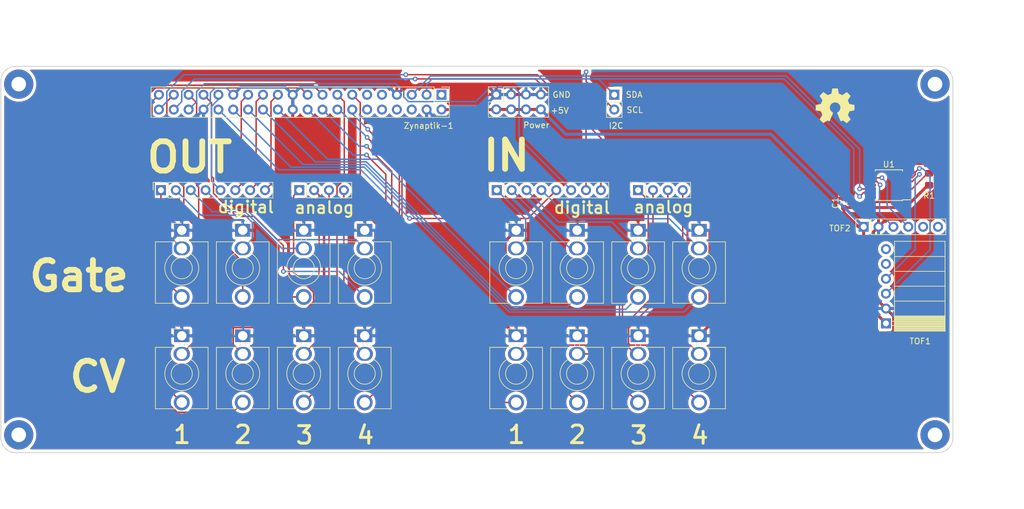
<source format=kicad_pcb>
(kicad_pcb (version 20171130) (host pcbnew 5.1.6-c6e7f7d~87~ubuntu18.04.1)
  (layers (0 F.Cu signal) (31 B.Cu signal) (34 B.Paste user) (35 F.Paste user) (36 B.SilkS user) (37 F.SilkS user) (38 B.Mask user) (39 F.Mask user) (44 Edge.Cuts user))
  (net 0 "")
  (net 1 CV-IN1-N)
  (net 2 GND)
  (net 3 CV-IN2-N)
  (net 4 CV-IN3-N)
  (net 5 CV-IN4-N)
  (net 6 Gate-IN1-N)
  (net 7 Gate-IN2-N)
  (net 8 Gate-IN3-N)
  (net 9 Gate-IN4-N)
  (net 10 GPA4)
  (net 11 GPA5)
  (net 12 GPA6)
  (net 13 GPA7)
  (net 14 GPB7)
  (net 15 GPB6)
  (net 16 GPB5)
  (net 17 GPB4)
  (net 18 GPB3)
  (net 19 GPB2)
  (net 20 GPB1)
  (net 21 GPB0)
  (net 22 +5V)
  (net 23 "Net-(R1-Pad2)")
  (net 24 SD0)
  (net 25 SC0)
  (net 26 SC1)
  (net 27 SD1)
  (net 28 SDA)
  (net 29 SCL)
  (net 30 AD3)
  (net 31 AD2)
  (net 32 AD1)
  (net 33 AD0)
  (net 34 GPA0)
  (net 35 GPA1)
  (net 36 GPA2)
  (net 37 GPA3)
  (net 38 CV-OUT1)
  (net 39 CV-OUT1-N)
  (net 40 CV-OUT2)
  (net 41 CV-OUT2-N)
  (net 42 CV-OUT3)
  (net 43 CV-OUT3-N)
  (net 44 CV-OUT4-N)
  (net 45 CV-OUT4)
  (net 46 Gate-OUT1-N)
  (net 47 Gate-OUT2-N)
  (net 48 Gate-OUT3-N)
  (net 49 Gate-OUT4-N)
  (net 50 "Net-(TOF1-Pad5)")
  (net 51 "Net-(TOF1-Pad6)")
  (net 52 "Net-(TOF2-Pad5)")
  (net 53 "Net-(TOF2-Pad6)")
  (net 54 "Net-(U1-Pad4)")
  (net 55 "Net-(U1-Pad8)")
  (net 56 "Net-(U1-Pad11)")
  (net 57 +3V3)
  (net 58 "Net-(Zynaptik-1-Pad6)")
  (net 59 "Net-(Zynaptik-1-Pad8)")
  (net 60 "Net-(Zynaptik-1-Pad9)")
  (net 61 "Net-(Zynaptik-1-Pad10)")
  (net 62 "Net-(Zynaptik-1-Pad11)")
  (net 63 "Net-(Zynaptik-1-Pad12)")
  (module Symbol:OSHW-Symbol_6.7x6mm_SilkScreen (layer F.Cu) (at 178 34.7)
    (fp_text reference REF** hide)
    (fp_text value OSHW-Symbol_6.7x6mm_SilkScreen hide)
  )
  (module MountingHole:MountingHole_2.5mm_Pad (layer F.Cu) (at 195.072 90.932)
    (fp_text reference REF** hide)
    (fp_text value MountingHole_2.5mm_Pad)
    (pad 1 thru_hole circle (at 0 0) (size 5 5) (drill 2.5) (layers *.Cu *.Mask))
  )
  (module Connector_Audio:Jack_3.5mm_QingPu_WQP-PJ398SM_Vertical_CircularHoles (layer F.Cu) (at 123.54 74)
    (fp_text reference CV-IN1 hide)
    (fp_text value AudioJack2_SwitchT)
    (pad TN thru_hole oval (at 0 3.1 180) (size 2.8 2.35) (drill 1.8) (layers *.Cu *.Mask) (net 1 CV-IN1-N))
    (pad S thru_hole rect (at 0 0 180) (size 2.6 2.15) (drill 1.6) (layers *.Cu *.Mask) (net 2 GND))
    (pad T thru_hole circle (at 0 11.4 180) (size 2.7 2.7) (drill 1.8) (layers *.Cu *.Mask) (net 33 AD0))
  )
  (module Connector_Audio:Jack_3.5mm_QingPu_WQP-PJ398SM_Vertical_CircularHoles (layer F.Cu) (at 133.954 74)
    (fp_text reference CV-IN2 hide)
    (fp_text value AudioJack2_SwitchT)
    (pad T thru_hole circle (at 0 11.4 180) (size 2.7 2.7) (drill 1.8) (layers *.Cu *.Mask) (net 32 AD1))
    (pad S thru_hole rect (at 0 0 180) (size 2.6 2.15) (drill 1.6) (layers *.Cu *.Mask) (net 2 GND))
    (pad TN thru_hole oval (at 0 3.1 180) (size 2.8 2.35) (drill 1.8) (layers *.Cu *.Mask) (net 3 CV-IN2-N))
  )
  (module Connector_Audio:Jack_3.5mm_QingPu_WQP-PJ398SM_Vertical_CircularHoles (layer F.Cu) (at 144.368 74)
    (fp_text reference CV-IN3 hide)
    (fp_text value AudioJack2_SwitchT)
    (pad TN thru_hole oval (at 0 3.1 180) (size 2.8 2.35) (drill 1.8) (layers *.Cu *.Mask) (net 4 CV-IN3-N))
    (pad S thru_hole rect (at 0 0 180) (size 2.6 2.15) (drill 1.6) (layers *.Cu *.Mask) (net 2 GND))
    (pad T thru_hole circle (at 0 11.4 180) (size 2.7 2.7) (drill 1.8) (layers *.Cu *.Mask) (net 31 AD2))
  )
  (module Connector_Audio:Jack_3.5mm_QingPu_WQP-PJ398SM_Vertical_CircularHoles (layer F.Cu) (at 154.782 74)
    (fp_text reference CV-IN4 hide)
    (fp_text value AudioJack2_SwitchT)
    (pad T thru_hole circle (at 0 11.4 180) (size 2.7 2.7) (drill 1.8) (layers *.Cu *.Mask) (net 30 AD3))
    (pad S thru_hole rect (at 0 0 180) (size 2.6 2.15) (drill 1.6) (layers *.Cu *.Mask) (net 2 GND))
    (pad TN thru_hole oval (at 0 3.1 180) (size 2.8 2.35) (drill 1.8) (layers *.Cu *.Mask) (net 5 CV-IN4-N))
  )
  (module Connector_Audio:Jack_3.5mm_QingPu_WQP-PJ398SM_Vertical_CircularHoles (layer F.Cu) (at 123.54 55.966)
    (fp_text reference Gate-IN1 hide)
    (fp_text value AudioJack2_SwitchT)
    (pad T thru_hole circle (at 0 11.4 180) (size 2.7 2.7) (drill 1.8) (layers *.Cu *.Mask) (net 34 GPA0))
    (pad S thru_hole rect (at 0 0 180) (size 2.6 2.15) (drill 1.6) (layers *.Cu *.Mask) (net 2 GND))
    (pad TN thru_hole oval (at 0 3.1 180) (size 2.8 2.35) (drill 1.8) (layers *.Cu *.Mask) (net 6 Gate-IN1-N))
  )
  (module Connector_Audio:Jack_3.5mm_QingPu_WQP-PJ398SM_Vertical_CircularHoles (layer F.Cu) (at 133.954 55.966)
    (fp_text reference Gate-IN2 hide)
    (fp_text value AudioJack2_SwitchT)
    (pad T thru_hole circle (at 0 11.4 180) (size 2.7 2.7) (drill 1.8) (layers *.Cu *.Mask) (net 35 GPA1))
    (pad S thru_hole rect (at 0 0 180) (size 2.6 2.15) (drill 1.6) (layers *.Cu *.Mask) (net 2 GND))
    (pad TN thru_hole oval (at 0 3.1 180) (size 2.8 2.35) (drill 1.8) (layers *.Cu *.Mask) (net 7 Gate-IN2-N))
  )
  (module Connector_Audio:Jack_3.5mm_QingPu_WQP-PJ398SM_Vertical_CircularHoles (layer F.Cu) (at 144.368 55.966)
    (fp_text reference Gate-IN3 hide)
    (fp_text value AudioJack2_SwitchT)
    (pad TN thru_hole oval (at 0 3.1 180) (size 2.8 2.35) (drill 1.8) (layers *.Cu *.Mask) (net 8 Gate-IN3-N))
    (pad S thru_hole rect (at 0 0 180) (size 2.6 2.15) (drill 1.6) (layers *.Cu *.Mask) (net 2 GND))
    (pad T thru_hole circle (at 0 11.4 180) (size 2.7 2.7) (drill 1.8) (layers *.Cu *.Mask) (net 36 GPA2))
  )
  (module Connector_Audio:Jack_3.5mm_QingPu_WQP-PJ398SM_Vertical_CircularHoles (layer F.Cu) (at 154.782 55.966)
    (fp_text reference Gate-IN4 hide)
    (fp_text value AudioJack2_SwitchT)
    (pad TN thru_hole oval (at 0 3.1 180) (size 2.8 2.35) (drill 1.8) (layers *.Cu *.Mask) (net 9 Gate-IN4-N))
    (pad S thru_hole rect (at 0 0 180) (size 2.6 2.15) (drill 1.6) (layers *.Cu *.Mask) (net 2 GND))
    (pad T thru_hole circle (at 0 11.4 180) (size 2.7 2.7) (drill 1.8) (layers *.Cu *.Mask) (net 37 GPA3))
  )
  (module Resistor_SMD:R_0805_2012Metric_Pad1.15x1.40mm_HandSolder (layer F.Cu) (at 194.056 47.244 90)
    (fp_text reference R1 (at -2.794 0 180) (layer F.SilkS))
    (fp_text value 10K)
    (pad 1 smd roundrect (at -1.025 0 90) (size 1.15 1.4) (layers F.Cu F.Paste F.Mask) (roundrect_rratio 0.217391) (net 22 +5V))
    (pad 2 smd roundrect (at 1.025 0 90) (size 1.15 1.4) (layers F.Cu F.Paste F.Mask) (roundrect_rratio 0.217391) (net 23 "Net-(R1-Pad2)"))
  )
  (module Connector_PinHeader_2.54mm:PinHeader_2x20_P2.54mm_Vertical (layer F.Cu) (at 110.8 32.8 270)
    (fp_text reference Zynaptik-1 (at 5.3 2.2 180) (layer F.SilkS))
    (fp_text value Conn_02x20_Odd_Even)
    (pad 1 thru_hole rect (at 0 0 270) (size 1.7 1.7) (drill 1) (layers *.Cu *.Mask) (net 57 +3V3))
    (pad 2 thru_hole oval (at 2.54 0 270) (size 1.7 1.7) (drill 1) (layers *.Cu *.Mask) (net 22 +5V))
    (pad 3 thru_hole oval (at 0 2.54 270) (size 1.7 1.7) (drill 1) (layers *.Cu *.Mask) (net 28 SDA))
    (pad 4 thru_hole oval (at 2.54 2.54 270) (size 1.7 1.7) (drill 1) (layers *.Cu *.Mask) (net 2 GND))
    (pad 5 thru_hole oval (at 0 5.08 270) (size 1.7 1.7) (drill 1) (layers *.Cu *.Mask) (net 29 SCL))
    (pad 6 thru_hole oval (at 2.54 5.08 270) (size 1.7 1.7) (drill 1) (layers *.Cu *.Mask) (net 58 "Net-(Zynaptik-1-Pad6)"))
    (pad 7 thru_hole oval (at 0 7.62 270) (size 1.7 1.7) (drill 1) (layers *.Cu *.Mask) (net 2 GND))
    (pad 8 thru_hole oval (at 2.54 7.62 270) (size 1.7 1.7) (drill 1) (layers *.Cu *.Mask) (net 59 "Net-(Zynaptik-1-Pad8)"))
    (pad 9 thru_hole oval (at 0 10.16 270) (size 1.7 1.7) (drill 1) (layers *.Cu *.Mask) (net 60 "Net-(Zynaptik-1-Pad9)"))
    (pad 10 thru_hole oval (at 2.54 10.16 270) (size 1.7 1.7) (drill 1) (layers *.Cu *.Mask) (net 61 "Net-(Zynaptik-1-Pad10)"))
    (pad 11 thru_hole oval (at 0 12.7 270) (size 1.7 1.7) (drill 1) (layers *.Cu *.Mask) (net 62 "Net-(Zynaptik-1-Pad11)"))
    (pad 12 thru_hole oval (at 2.54 12.7 270) (size 1.7 1.7) (drill 1) (layers *.Cu *.Mask) (net 63 "Net-(Zynaptik-1-Pad12)"))
    (pad 13 thru_hole oval (at 0 15.24 270) (size 1.7 1.7) (drill 1) (layers *.Cu *.Mask) (net 45 CV-OUT4))
    (pad 14 thru_hole oval (at 2.54 15.24 270) (size 1.7 1.7) (drill 1) (layers *.Cu *.Mask) (net 30 AD3))
    (pad 15 thru_hole oval (at 0 17.78 270) (size 1.7 1.7) (drill 1) (layers *.Cu *.Mask) (net 42 CV-OUT3))
    (pad 16 thru_hole oval (at 2.54 17.78 270) (size 1.7 1.7) (drill 1) (layers *.Cu *.Mask) (net 31 AD2))
    (pad 17 thru_hole oval (at 0 20.32 270) (size 1.7 1.7) (drill 1) (layers *.Cu *.Mask) (net 40 CV-OUT2))
    (pad 18 thru_hole oval (at 2.54 20.32 270) (size 1.7 1.7) (drill 1) (layers *.Cu *.Mask) (net 32 AD1))
    (pad 19 thru_hole oval (at 0 22.86 270) (size 1.7 1.7) (drill 1) (layers *.Cu *.Mask) (net 38 CV-OUT1))
    (pad 20 thru_hole oval (at 2.54 22.86 270) (size 1.7 1.7) (drill 1) (layers *.Cu *.Mask) (net 33 AD0))
    (pad 21 thru_hole oval (at 0 25.4 270) (size 1.7 1.7) (drill 1) (layers *.Cu *.Mask) (net 2 GND))
    (pad 22 thru_hole oval (at 2.54 25.4 270) (size 1.7 1.7) (drill 1) (layers *.Cu *.Mask) (net 2 GND))
    (pad 23 thru_hole oval (at 0 27.94 270) (size 1.7 1.7) (drill 1) (layers *.Cu *.Mask) (net 14 GPB7))
    (pad 24 thru_hole oval (at 2.54 27.94 270) (size 1.7 1.7) (drill 1) (layers *.Cu *.Mask) (net 34 GPA0))
    (pad 25 thru_hole oval (at 0 30.48 270) (size 1.7 1.7) (drill 1) (layers *.Cu *.Mask) (net 15 GPB6))
    (pad 26 thru_hole oval (at 2.54 30.48 270) (size 1.7 1.7) (drill 1) (layers *.Cu *.Mask) (net 35 GPA1))
    (pad 27 thru_hole oval (at 0 33.02 270) (size 1.7 1.7) (drill 1) (layers *.Cu *.Mask) (net 16 GPB5))
    (pad 28 thru_hole oval (at 2.54 33.02 270) (size 1.7 1.7) (drill 1) (layers *.Cu *.Mask) (net 36 GPA2))
    (pad 29 thru_hole oval (at 0 35.56 270) (size 1.7 1.7) (drill 1) (layers *.Cu *.Mask) (net 2 GND))
    (pad 30 thru_hole oval (at 2.54 35.56 270) (size 1.7 1.7) (drill 1) (layers *.Cu *.Mask) (net 37 GPA3))
    (pad 31 thru_hole oval (at 0 38.1 270) (size 1.7 1.7) (drill 1) (layers *.Cu *.Mask) (net 17 GPB4))
    (pad 32 thru_hole oval (at 2.54 38.1 270) (size 1.7 1.7) (drill 1) (layers *.Cu *.Mask) (net 10 GPA4))
    (pad 33 thru_hole oval (at 0 40.64 270) (size 1.7 1.7) (drill 1) (layers *.Cu *.Mask) (net 18 GPB3))
    (pad 34 thru_hole oval (at 2.54 40.64 270) (size 1.7 1.7) (drill 1) (layers *.Cu *.Mask) (net 2 GND))
    (pad 35 thru_hole oval (at 0 43.18 270) (size 1.7 1.7) (drill 1) (layers *.Cu *.Mask) (net 19 GPB2))
    (pad 36 thru_hole oval (at 2.54 43.18 270) (size 1.7 1.7) (drill 1) (layers *.Cu *.Mask) (net 11 GPA5))
    (pad 37 thru_hole oval (at 0 45.72 270) (size 1.7 1.7) (drill 1) (layers *.Cu *.Mask) (net 20 GPB1))
    (pad 38 thru_hole oval (at 2.54 45.72 270) (size 1.7 1.7) (drill 1) (layers *.Cu *.Mask) (net 12 GPA6))
    (pad 39 thru_hole oval (at 0 48.26 270) (size 1.7 1.7) (drill 1) (layers *.Cu *.Mask) (net 21 GPB0))
    (pad 40 thru_hole oval (at 2.54 48.26 270) (size 1.7 1.7) (drill 1) (layers *.Cu *.Mask) (net 13 GPA7))
  )
  (module Package_SO:TSSOP-14_4.4x5mm_P0.65mm (layer F.Cu) (at 187.198 48.26 180)
    (fp_text reference U1 (at 0 3.556) (layer F.SilkS))
    (fp_text value TCA9543ADR)
    (pad 1 smd rect (at -2.95 -1.95 180) (size 1.45 0.45) (layers F.Cu F.Paste F.Mask) (net 2 GND))
    (pad 2 smd rect (at -2.95 -1.3 180) (size 1.45 0.45) (layers F.Cu F.Paste F.Mask) (net 2 GND))
    (pad 3 smd rect (at -2.95 -0.65 180) (size 1.45 0.45) (layers F.Cu F.Paste F.Mask) (net 23 "Net-(R1-Pad2)"))
    (pad 4 smd rect (at -2.95 0 180) (size 1.45 0.45) (layers F.Cu F.Paste F.Mask) (net 54 "Net-(U1-Pad4)"))
    (pad 5 smd rect (at -2.95 0.65 180) (size 1.45 0.45) (layers F.Cu F.Paste F.Mask) (net 24 SD0))
    (pad 6 smd rect (at -2.95 1.3 180) (size 1.45 0.45) (layers F.Cu F.Paste F.Mask) (net 25 SC0))
    (pad 7 smd rect (at -2.95 1.95 180) (size 1.45 0.45) (layers F.Cu F.Paste F.Mask) (net 2 GND))
    (pad 8 smd rect (at 2.95 1.95 180) (size 1.45 0.45) (layers F.Cu F.Paste F.Mask) (net 55 "Net-(U1-Pad8)"))
    (pad 9 smd rect (at 2.95 1.3 180) (size 1.45 0.45) (layers F.Cu F.Paste F.Mask) (net 27 SD1))
    (pad 10 smd rect (at 2.95 0.65 180) (size 1.45 0.45) (layers F.Cu F.Paste F.Mask) (net 26 SC1))
    (pad 11 smd rect (at 2.95 0 180) (size 1.45 0.45) (layers F.Cu F.Paste F.Mask) (net 56 "Net-(U1-Pad11)"))
    (pad 12 smd rect (at 2.95 -0.65 180) (size 1.45 0.45) (layers F.Cu F.Paste F.Mask) (net 29 SCL))
    (pad 13 smd rect (at 2.95 -1.3 180) (size 1.45 0.45) (layers F.Cu F.Paste F.Mask) (net 28 SDA))
    (pad 14 smd rect (at 2.95 -1.95 180) (size 1.45 0.45) (layers F.Cu F.Paste F.Mask) (net 22 +5V))
  )
  (module MountingHole:MountingHole_2.5mm_Pad (layer F.Cu) (at 195.072 30.988)
    (fp_text reference REF** hide)
    (fp_text value MountingHole_2.5mm_Pad)
    (pad 1 thru_hole circle (at 0 0) (size 5 5) (drill 2.5) (layers *.Cu *.Mask))
  )
  (module MountingHole:MountingHole_2.5mm_Pad (layer F.Cu) (at 38.608 90.932)
    (fp_text reference REF** hide)
    (fp_text value MountingHole_2.5mm_Pad)
    (pad 1 thru_hole circle (at 0 0) (size 5 5) (drill 2.5) (layers *.Cu *.Mask))
  )
  (module MountingHole:MountingHole_2.5mm_Pad (layer F.Cu) (at 38.608 30.988)
    (fp_text reference REF** hide)
    (fp_text value MountingHole_2.5mm_Pad)
    (pad 1 thru_hole circle (at 0 0) (size 5 5) (drill 2.5) (layers *.Cu *.Mask))
  )
  (module Connector_PinSocket_2.54mm:PinSocket_1x06_P2.54mm_Horizontal (layer F.Cu) (at 186.69 71.882 180)
    (fp_text reference TOF1 (at -5.842 -3.048 180) (layer F.SilkS))
    (fp_text value Conn_01x06_Female)
    (pad 1 thru_hole rect (at 0 0 180) (size 1.7 1.7) (drill 1) (layers *.Cu *.Mask) (net 22 +5V))
    (pad 2 thru_hole oval (at 0 2.54 180) (size 1.7 1.7) (drill 1) (layers *.Cu *.Mask) (net 2 GND))
    (pad 3 thru_hole oval (at 0 5.08 180) (size 1.7 1.7) (drill 1) (layers *.Cu *.Mask) (net 25 SC0))
    (pad 4 thru_hole oval (at 0 7.62 180) (size 1.7 1.7) (drill 1) (layers *.Cu *.Mask) (net 24 SD0))
    (pad 5 thru_hole oval (at 0 10.16 180) (size 1.7 1.7) (drill 1) (layers *.Cu *.Mask) (net 50 "Net-(TOF1-Pad5)"))
    (pad 6 thru_hole oval (at 0 12.7 180) (size 1.7 1.7) (drill 1) (layers *.Cu *.Mask) (net 51 "Net-(TOF1-Pad6)"))
  )
  (module Connector_PinSocket_2.54mm:PinSocket_1x06_P2.54mm_Vertical (layer F.Cu) (at 182.88 55.372 90)
    (fp_text reference TOF2 (at -0.254 -4.064 180) (layer F.SilkS))
    (fp_text value Conn_01x06_Female)
    (pad 1 thru_hole rect (at 0 0 90) (size 1.7 1.7) (drill 1) (layers *.Cu *.Mask) (net 22 +5V))
    (pad 2 thru_hole oval (at 0 2.54 90) (size 1.7 1.7) (drill 1) (layers *.Cu *.Mask) (net 2 GND))
    (pad 3 thru_hole oval (at 0 5.08 90) (size 1.7 1.7) (drill 1) (layers *.Cu *.Mask) (net 26 SC1))
    (pad 4 thru_hole oval (at 0 7.62 90) (size 1.7 1.7) (drill 1) (layers *.Cu *.Mask) (net 27 SD1))
    (pad 5 thru_hole oval (at 0 10.16 90) (size 1.7 1.7) (drill 1) (layers *.Cu *.Mask) (net 52 "Net-(TOF2-Pad5)"))
    (pad 6 thru_hole oval (at 0 12.7 90) (size 1.7 1.7) (drill 1) (layers *.Cu *.Mask) (net 53 "Net-(TOF2-Pad6)"))
  )
  (module Connector_PinSocket_2.54mm:PinSocket_1x04_P2.54mm_Vertical (layer F.Cu) (at 144.368 49.108 90)
    (fp_text reference AD-1 hide)
    (fp_text value Conn_01x04)
    (pad 4 thru_hole oval (at 0 7.62 90) (size 1.7 1.7) (drill 1) (layers *.Cu *.Mask) (net 5 CV-IN4-N))
    (pad 3 thru_hole oval (at 0 5.08 90) (size 1.7 1.7) (drill 1) (layers *.Cu *.Mask) (net 4 CV-IN3-N))
    (pad 2 thru_hole oval (at 0 2.54 90) (size 1.7 1.7) (drill 1) (layers *.Cu *.Mask) (net 3 CV-IN2-N))
    (pad 1 thru_hole rect (at 0 0 90) (size 1.7 1.7) (drill 1) (layers *.Cu *.Mask) (net 1 CV-IN1-N))
  )
  (module Connector_PinSocket_2.54mm:PinSocket_1x04_P2.54mm_Vertical (layer F.Cu) (at 86.512 49.108 90)
    (fp_text reference DA-1 hide)
    (fp_text value Conn_01x04)
    (pad 1 thru_hole rect (at 0 0 90) (size 1.7 1.7) (drill 1) (layers *.Cu *.Mask) (net 39 CV-OUT1-N))
    (pad 2 thru_hole oval (at 0 2.54 90) (size 1.7 1.7) (drill 1) (layers *.Cu *.Mask) (net 41 CV-OUT2-N))
    (pad 3 thru_hole oval (at 0 5.08 90) (size 1.7 1.7) (drill 1) (layers *.Cu *.Mask) (net 43 CV-OUT3-N))
    (pad 4 thru_hole oval (at 0 7.62 90) (size 1.7 1.7) (drill 1) (layers *.Cu *.Mask) (net 44 CV-OUT4-N))
  )
  (module Connector_PinSocket_2.54mm:PinSocket_1x08_P2.54mm_Vertical (layer F.Cu) (at 120.238 49.108 90)
    (fp_text reference GPA-1 hide)
    (fp_text value Conn_01x08)
    (pad 1 thru_hole rect (at 0 0 90) (size 1.7 1.7) (drill 1) (layers *.Cu *.Mask) (net 6 Gate-IN1-N))
    (pad 2 thru_hole oval (at 0 2.54 90) (size 1.7 1.7) (drill 1) (layers *.Cu *.Mask) (net 7 Gate-IN2-N))
    (pad 3 thru_hole oval (at 0 5.08 90) (size 1.7 1.7) (drill 1) (layers *.Cu *.Mask) (net 8 Gate-IN3-N))
    (pad 4 thru_hole oval (at 0 7.62 90) (size 1.7 1.7) (drill 1) (layers *.Cu *.Mask) (net 9 Gate-IN4-N))
    (pad 5 thru_hole oval (at 0 10.16 90) (size 1.7 1.7) (drill 1) (layers *.Cu *.Mask) (net 10 GPA4))
    (pad 6 thru_hole oval (at 0 12.7 90) (size 1.7 1.7) (drill 1) (layers *.Cu *.Mask) (net 11 GPA5))
    (pad 7 thru_hole oval (at 0 15.24 90) (size 1.7 1.7) (drill 1) (layers *.Cu *.Mask) (net 12 GPA6))
    (pad 8 thru_hole oval (at 0 17.78 90) (size 1.7 1.7) (drill 1) (layers *.Cu *.Mask) (net 13 GPA7))
  )
  (module Connector_PinSocket_2.54mm:PinSocket_1x08_P2.54mm_Vertical (layer F.Cu) (at 62.89 49.108 90)
    (fp_text reference GPB-1 hide)
    (fp_text value Conn_01x08)
    (pad 8 thru_hole oval (at 0 17.78 90) (size 1.7 1.7) (drill 1) (layers *.Cu *.Mask) (net 14 GPB7))
    (pad 7 thru_hole oval (at 0 15.24 90) (size 1.7 1.7) (drill 1) (layers *.Cu *.Mask) (net 15 GPB6))
    (pad 6 thru_hole oval (at 0 12.7 90) (size 1.7 1.7) (drill 1) (layers *.Cu *.Mask) (net 16 GPB5))
    (pad 5 thru_hole oval (at 0 10.16 90) (size 1.7 1.7) (drill 1) (layers *.Cu *.Mask) (net 17 GPB4))
    (pad 4 thru_hole oval (at 0 7.62 90) (size 1.7 1.7) (drill 1) (layers *.Cu *.Mask) (net 49 Gate-OUT4-N))
    (pad 3 thru_hole oval (at 0 5.08 90) (size 1.7 1.7) (drill 1) (layers *.Cu *.Mask) (net 48 Gate-OUT3-N))
    (pad 2 thru_hole oval (at 0 2.54 90) (size 1.7 1.7) (drill 1) (layers *.Cu *.Mask) (net 47 Gate-OUT2-N))
    (pad 1 thru_hole rect (at 0 0 90) (size 1.7 1.7) (drill 1) (layers *.Cu *.Mask) (net 46 Gate-OUT1-N))
  )
  (module Connector_PinSocket_2.54mm:PinSocket_2x04_P2.54mm_Vertical (layer F.Cu) (at 120.142 32.766 90)
    (fp_text reference PWR-1 hide)
    (fp_text value Conn_02x04_Odd_Even)
    (fp_text user +5V (at -2.734 10.858 180) (layer F.SilkS))
    (fp_text user GND (at -0.034 11.158 180) (layer F.SilkS))
    (fp_text user Power (at -5.234 6.858 180) (layer F.SilkS))
    (pad 1 thru_hole rect (at 0 0 90) (size 1.7 1.7) (drill 1) (layers *.Cu *.Mask) (net 2 GND))
    (pad 2 thru_hole oval (at -2.54 0 90) (size 1.7 1.7) (drill 1) (layers *.Cu *.Mask) (net 22 +5V))
    (pad 3 thru_hole oval (at 0 2.54 90) (size 1.7 1.7) (drill 1) (layers *.Cu *.Mask) (net 2 GND))
    (pad 4 thru_hole oval (at -2.54 2.54 90) (size 1.7 1.7) (drill 1) (layers *.Cu *.Mask) (net 22 +5V))
    (pad 5 thru_hole oval (at 0 5.08 90) (size 1.7 1.7) (drill 1) (layers *.Cu *.Mask) (net 2 GND))
    (pad 6 thru_hole oval (at -2.54 5.08 90) (size 1.7 1.7) (drill 1) (layers *.Cu *.Mask) (net 22 +5V))
    (pad 7 thru_hole oval (at 0 7.62 90) (size 1.7 1.7) (drill 1) (layers *.Cu *.Mask) (net 2 GND))
    (pad 8 thru_hole oval (at -2.54 7.62 90) (size 1.7 1.7) (drill 1) (layers *.Cu *.Mask) (net 22 +5V))
  )
  (module Connector_Audio:Jack_3.5mm_QingPu_WQP-PJ398SM_Vertical_CircularHoles (layer F.Cu) (at 66.446 74)
    (fp_text reference CV-OUT1 hide)
    (fp_text value AudioJack2_SwitchT)
    (pad T thru_hole circle (at 0 11.4 180) (size 2.7 2.7) (drill 1.8) (layers *.Cu *.Mask) (net 38 CV-OUT1))
    (pad S thru_hole rect (at 0 0 180) (size 2.6 2.15) (drill 1.6) (layers *.Cu *.Mask) (net 2 GND))
    (pad TN thru_hole oval (at 0 3.1 180) (size 2.8 2.35) (drill 1.8) (layers *.Cu *.Mask) (net 39 CV-OUT1-N))
  )
  (module Connector_Audio:Jack_3.5mm_QingPu_WQP-PJ398SM_Vertical_CircularHoles (layer F.Cu) (at 76.86 74)
    (fp_text reference CV-OUT2 hide)
    (fp_text value AudioJack2_SwitchT)
    (pad T thru_hole circle (at 0 11.4 180) (size 2.7 2.7) (drill 1.8) (layers *.Cu *.Mask) (net 40 CV-OUT2))
    (pad S thru_hole rect (at 0 0 180) (size 2.6 2.15) (drill 1.6) (layers *.Cu *.Mask) (net 2 GND))
    (pad TN thru_hole oval (at 0 3.1 180) (size 2.8 2.35) (drill 1.8) (layers *.Cu *.Mask) (net 41 CV-OUT2-N))
  )
  (module Connector_Audio:Jack_3.5mm_QingPu_WQP-PJ398SM_Vertical_CircularHoles (layer F.Cu) (at 87.274 74)
    (fp_text reference CV-OUT3 hide)
    (fp_text value AudioJack2_SwitchT)
    (pad T thru_hole circle (at 0 11.4 180) (size 2.7 2.7) (drill 1.8) (layers *.Cu *.Mask) (net 42 CV-OUT3))
    (pad S thru_hole rect (at 0 0 180) (size 2.6 2.15) (drill 1.6) (layers *.Cu *.Mask) (net 2 GND))
    (pad TN thru_hole oval (at 0 3.1 180) (size 2.8 2.35) (drill 1.8) (layers *.Cu *.Mask) (net 43 CV-OUT3-N))
  )
  (module Connector_Audio:Jack_3.5mm_QingPu_WQP-PJ398SM_Vertical_CircularHoles (layer F.Cu) (at 97.688 74)
    (fp_text reference CV-OUT4 hide)
    (fp_text value AudioJack2_SwitchT)
    (pad TN thru_hole oval (at 0 3.1 180) (size 2.8 2.35) (drill 1.8) (layers *.Cu *.Mask) (net 44 CV-OUT4-N))
    (pad S thru_hole rect (at 0 0 180) (size 2.6 2.15) (drill 1.6) (layers *.Cu *.Mask) (net 2 GND))
    (pad T thru_hole circle (at 0 11.4 180) (size 2.7 2.7) (drill 1.8) (layers *.Cu *.Mask) (net 45 CV-OUT4))
  )
  (module Connector_Audio:Jack_3.5mm_QingPu_WQP-PJ398SM_Vertical_CircularHoles (layer F.Cu) (at 66.446 55.966)
    (fp_text reference Gate-OUT1 hide)
    (fp_text value AudioJack2_SwitchT)
    (pad TN thru_hole oval (at 0 3.1 180) (size 2.8 2.35) (drill 1.8) (layers *.Cu *.Mask) (net 46 Gate-OUT1-N))
    (pad S thru_hole rect (at 0 0 180) (size 2.6 2.15) (drill 1.6) (layers *.Cu *.Mask) (net 2 GND))
    (pad T thru_hole circle (at 0 11.4 180) (size 2.7 2.7) (drill 1.8) (layers *.Cu *.Mask) (net 21 GPB0))
  )
  (module Connector_Audio:Jack_3.5mm_QingPu_WQP-PJ398SM_Vertical_CircularHoles (layer F.Cu) (at 76.86 55.966)
    (fp_text reference Gate-OUT2 hide)
    (fp_text value AudioJack2_SwitchT)
    (pad TN thru_hole oval (at 0 3.1 180) (size 2.8 2.35) (drill 1.8) (layers *.Cu *.Mask) (net 47 Gate-OUT2-N))
    (pad S thru_hole rect (at 0 0 180) (size 2.6 2.15) (drill 1.6) (layers *.Cu *.Mask) (net 2 GND))
    (pad T thru_hole circle (at 0 11.4 180) (size 2.7 2.7) (drill 1.8) (layers *.Cu *.Mask) (net 20 GPB1))
  )
  (module Connector_Audio:Jack_3.5mm_QingPu_WQP-PJ398SM_Vertical_CircularHoles (layer F.Cu) (at 87.274 55.966)
    (fp_text reference Gate-OUT3 hide)
    (fp_text value AudioJack2_SwitchT)
    (pad T thru_hole circle (at 0 11.4 180) (size 2.7 2.7) (drill 1.8) (layers *.Cu *.Mask) (net 19 GPB2))
    (pad S thru_hole rect (at 0 0 180) (size 2.6 2.15) (drill 1.6) (layers *.Cu *.Mask) (net 2 GND))
    (pad TN thru_hole oval (at 0 3.1 180) (size 2.8 2.35) (drill 1.8) (layers *.Cu *.Mask) (net 48 Gate-OUT3-N))
  )
  (module Connector_Audio:Jack_3.5mm_QingPu_WQP-PJ398SM_Vertical_CircularHoles (layer F.Cu) (at 97.688 55.966)
    (fp_text reference Gate-OUTe hide)
    (fp_text value AudioJack2_SwitchT)
    (pad TN thru_hole oval (at 0 3.1 180) (size 2.8 2.35) (drill 1.8) (layers *.Cu *.Mask) (net 49 Gate-OUT4-N))
    (pad S thru_hole rect (at 0 0 180) (size 2.6 2.15) (drill 1.6) (layers *.Cu *.Mask) (net 2 GND))
    (pad T thru_hole circle (at 0 11.4 180) (size 2.7 2.7) (drill 1.8) (layers *.Cu *.Mask) (net 18 GPB3))
  )
  (module "zynthian:Zynthian Logo Mask" (layer F.Cu) (at 163.9 33.6)
    (fp_text reference G*** hide)
    (fp_text value LOGO hide)
  )
  (module Capacitor_SMD:C_0603_1608Metric (layer F.Cu) (at 179.5 51.3 90)
    (fp_text reference C1 (at 0 -1.43 90) (layer F.SilkS))
    (fp_text value 0.1u)
    (pad 1 smd roundrect (at -0.7875 0 90) (size 0.875 0.95) (layers F.Cu F.Paste F.Mask) (net 22 +5V))
    (pad 2 smd roundrect (at 0.7875 0 90) (size 0.875 0.95) (layers F.Cu F.Paste F.Mask) (net 2 GND))
  )
  (module Connector_PinSocket_2.54mm:PinSocket_1x02_P2.54mm_Vertical (layer F.Cu) (at 140.3 32.8)
    (fp_text reference I2C-1 hide)
    (fp_text value Conn_01x02)
    (fp_text user I2C (at 0.3 5.3) (layer F.SilkS))
    (fp_text user SDA (at 3.4 0) (layer F.SilkS))
    (fp_text user SCL (at 3.5 2.6) (layer F.SilkS))
    (pad 1 thru_hole rect (at 0 0) (size 1.7 1.7) (drill 1) (layers *.Cu *.Mask) (net 28 SDA))
    (pad 2 thru_hole oval (at 0 2.54) (size 1.7 1.7) (drill 1) (layers *.Cu *.Mask) (net 29 SCL))
  )
  (gr_text digital (at 134.8 52.1) (layer F.SilkS) (effects (font (size 2 2) (thickness 0.35))))
  (gr_text digital (at 77.4 52) (layer F.SilkS) (effects (font (size 2 2) (thickness 0.35))))
  (gr_text analog (at 90.8 52.1) (layer F.SilkS) (effects (font (size 2 2) (thickness 0.35))))
  (gr_text analog (at 148.7 52) (layer F.SilkS) (effects (font (size 2 2) (thickness 0.35))))
  (gr_text 4 (at 154.9 91) (layer F.SilkS) (effects (font (size 3 3) (thickness 0.5))))
  (gr_text 1 (at 123.6 90.9) (layer F.SilkS) (effects (font (size 3 3) (thickness 0.5))))
  (gr_text 3 (at 144.5 91) (layer F.SilkS) (effects (font (size 3 3) (thickness 0.5))))
  (gr_text 2 (at 134 90.9) (layer F.SilkS) (effects (font (size 3 3) (thickness 0.5))))
  (gr_text 4 (at 97.8 91) (layer F.SilkS) (effects (font (size 3 3) (thickness 0.5))))
  (gr_text 3 (at 87.4 91) (layer F.SilkS) (effects (font (size 3 3) (thickness 0.5))))
  (gr_text 2 (at 76.9 90.9) (layer F.SilkS) (effects (font (size 3 3) (thickness 0.5))))
  (gr_text 1 (at 66.5 90.9) (layer F.SilkS) (effects (font (size 3 3) (thickness 0.5))))
  (gr_text CV (at 52.1 81) (layer F.SilkS) (effects (font (size 5 5) (thickness 1))))
  (gr_text Gate (at 48.9 63.8) (layer F.SilkS) (effects (font (size 5 5) (thickness 1))))
  (gr_text IN (at 121.9 43.2) (layer F.SilkS) (effects (font (size 5 5) (thickness 1))))
  (gr_text OUT (at 67.8 43.5) (layer F.SilkS) (effects (font (size 5 5) (thickness 1))))
  (gr_arc (start 38.1 91.44) (end 35.56 91.44) (angle -90) (layer Edge.Cuts) (width 0.15))
  (gr_arc (start 38.1 30.48) (end 38.1 27.94) (angle -90) (layer Edge.Cuts) (width 0.15))
  (gr_line (start 35.56 91.44) (end 35.56 30.48) (layer Edge.Cuts) (width 0.15))
  (gr_arc (start 195.58 91.44) (end 195.58 93.98) (angle -90) (layer Edge.Cuts) (width 0.15))
  (gr_line (start 195.58 93.98) (end 38.1 93.98) (layer Edge.Cuts) (width 0.15))
  (gr_arc (start 195.58 30.48) (end 198.12 30.48) (angle -90) (layer Edge.Cuts) (width 0.15))
  (gr_line (start 198.12 30.48) (end 198.12 91.44) (layer Edge.Cuts) (width 0.15))
  (gr_line (start 195.58 27.94) (end 38.1 27.94) (layer Edge.Cuts) (width 0.15))
  (segment (start 146.09301 62.525578) (end 141.2 67.418588) (width 0.25) (layer F.Cu) (net 1))
  (segment (start 144.368 49.108) (end 146.09301 50.83301) (width 0.25) (layer F.Cu) (net 1))
  (segment (start 146.09301 50.83301) (end 146.09301 62.525578) (width 0.25) (layer F.Cu) (net 1))
  (segment (start 139.20001 75.59999) (end 125.04001 75.59999) (width 0.25) (layer F.Cu) (net 1))
  (segment (start 141.2 73.6) (end 139.20001 75.59999) (width 0.25) (layer F.Cu) (net 1))
  (segment (start 125.04001 75.59999) (end 123.54 77.1) (width 0.25) (layer F.Cu) (net 1))
  (segment (start 141.2 67.418588) (end 141.2 73.6) (width 0.25) (layer F.Cu) (net 1))
  (segment (start 190.122999 46.284999) (end 190.148 46.284999) (width 0.5) (layer F.Cu) (net 2))
  (segment (start 189.173 49.56) (end 190.148 49.56) (width 0.25) (layer F.Cu) (net 2))
  (segment (start 189.097999 49.484999) (end 189.173 49.56) (width 0.25) (layer F.Cu) (net 2))
  (segment (start 189.097999 46.385001) (end 189.097999 49.484999) (width 0.25) (layer F.Cu) (net 2))
  (segment (start 189.173 46.31) (end 189.097999 46.385001) (width 0.25) (layer F.Cu) (net 2))
  (segment (start 190.148 46.31) (end 189.173 46.31) (width 0.25) (layer F.Cu) (net 2))
  (segment (start 190.148 49.56) (end 190.148 50.21) (width 0.25) (layer F.Cu) (net 2))
  (segment (start 184.570001 67.222001) (end 186.69 69.342) (width 0.5) (layer F.Cu) (net 2))
  (segment (start 184.570001 56.221999) (end 184.570001 67.222001) (width 0.5) (layer F.Cu) (net 2))
  (segment (start 185.42 55.372) (end 184.570001 56.221999) (width 0.5) (layer F.Cu) (net 2))
  (segment (start 189.472999 45.634999) (end 190.122999 46.284999) (width 0.5) (layer F.Cu) (net 2))
  (segment (start 183.162999 45.634999) (end 189.472999 45.634999) (width 0.5) (layer F.Cu) (net 2))
  (segment (start 179.5 50.5125) (end 179.5 49.297998) (width 0.5) (layer F.Cu) (net 2))
  (segment (start 179.5 49.297998) (end 183.162999 45.634999) (width 0.5) (layer F.Cu) (net 2))
  (segment (start 190.557999 44.549999) (end 189.472999 45.634999) (width 0.5) (layer F.Cu) (net 2))
  (segment (start 194.151965 44.549999) (end 190.557999 44.549999) (width 0.5) (layer F.Cu) (net 2))
  (segment (start 195.20601 45.604044) (end 194.151965 44.549999) (width 0.5) (layer F.Cu) (net 2))
  (segment (start 195.20601 48.883956) (end 195.20601 45.604044) (width 0.5) (layer F.Cu) (net 2))
  (segment (start 190.017967 54.071999) (end 195.20601 48.883956) (width 0.5) (layer F.Cu) (net 2))
  (segment (start 186.720001 54.071999) (end 190.017967 54.071999) (width 0.5) (layer F.Cu) (net 2))
  (segment (start 185.42 55.372) (end 186.720001 54.071999) (width 0.5) (layer F.Cu) (net 2))
  (segment (start 187.082002 74) (end 154.782 74) (width 0.5) (layer F.Cu) (net 2))
  (segment (start 187.990001 70.642001) (end 187.990001 73.092001) (width 0.5) (layer F.Cu) (net 2))
  (segment (start 187.990001 73.092001) (end 187.082002 74) (width 0.5) (layer F.Cu) (net 2))
  (segment (start 186.69 69.342) (end 187.990001 70.642001) (width 0.5) (layer F.Cu) (net 2))
  (segment (start 154.782 74) (end 144.368 74) (width 0.5) (layer F.Cu) (net 2))
  (segment (start 133.954 74) (end 123.54 74) (width 0.5) (layer F.Cu) (net 2))
  (segment (start 144.368 55.966) (end 133.954 55.966) (width 0.5) (layer F.Cu) (net 2))
  (segment (start 133.954 55.966) (end 123.54 55.966) (width 0.5) (layer F.Cu) (net 2))
  (segment (start 156.63201 72.14999) (end 154.782 74) (width 0.5) (layer F.Cu) (net 2))
  (segment (start 156.63201 56.01601) (end 156.63201 72.14999) (width 0.5) (layer F.Cu) (net 2))
  (segment (start 156.582 55.966) (end 156.63201 56.01601) (width 0.5) (layer F.Cu) (net 2))
  (segment (start 154.782 55.966) (end 156.582 55.966) (width 0.5) (layer F.Cu) (net 2))
  (segment (start 116.267999 36.640001) (end 120.142 32.766) (width 0.5) (layer B.Cu) (net 2))
  (segment (start 109.560001 36.640001) (end 116.267999 36.640001) (width 0.5) (layer B.Cu) (net 2))
  (segment (start 108.26 35.34) (end 109.560001 36.640001) (width 0.5) (layer B.Cu) (net 2))
  (segment (start 127.762 32.766) (end 125.222 32.766) (width 0.5) (layer F.Cu) (net 2))
  (segment (start 125.222 32.766) (end 122.682 32.766) (width 0.5) (layer F.Cu) (net 2))
  (segment (start 122.682 32.766) (end 120.142 32.766) (width 0.5) (layer F.Cu) (net 2))
  (segment (start 104.480001 31.499999) (end 103.18 32.8) (width 0.5) (layer F.Cu) (net 2))
  (segment (start 118.875999 31.499999) (end 104.480001 31.499999) (width 0.5) (layer F.Cu) (net 2))
  (segment (start 120.142 32.766) (end 118.875999 31.499999) (width 0.5) (layer F.Cu) (net 2))
  (segment (start 76.86 55.966) (end 66.446 55.966) (width 0.5) (layer B.Cu) (net 2))
  (segment (start 99.53801 72.14999) (end 97.688 74) (width 0.5) (layer B.Cu) (net 2))
  (segment (start 99.53801 56.01601) (end 99.53801 72.14999) (width 0.5) (layer B.Cu) (net 2))
  (segment (start 99.488 55.966) (end 99.53801 56.01601) (width 0.5) (layer B.Cu) (net 2))
  (segment (start 97.688 55.966) (end 99.488 55.966) (width 0.5) (layer B.Cu) (net 2))
  (segment (start 97.688 74) (end 87.274 74) (width 0.5) (layer B.Cu) (net 2))
  (segment (start 76.86 74) (end 66.446 74) (width 0.5) (layer B.Cu) (net 2))
  (segment (start 64.59599 72.14999) (end 66.446 74) (width 0.5) (layer B.Cu) (net 2))
  (segment (start 64.59599 57.81601) (end 64.59599 72.14999) (width 0.5) (layer B.Cu) (net 2))
  (segment (start 66.446 55.966) (end 64.59599 57.81601) (width 0.5) (layer B.Cu) (net 2))
  (segment (start 121.68999 72.14999) (end 123.54 74) (width 0.5) (layer F.Cu) (net 2))
  (segment (start 121.68999 57.81601) (end 121.68999 72.14999) (width 0.5) (layer F.Cu) (net 2))
  (segment (start 123.54 55.966) (end 121.68999 57.81601) (width 0.5) (layer F.Cu) (net 2))
  (segment (start 76.86 74) (end 87.274 74) (width 0.5) (layer F.Cu) (net 2))
  (segment (start 97.688 55.966) (end 87.274 55.966) (width 0.5) (layer B.Cu) (net 2))
  (segment (start 61.589999 51.109999) (end 66.446 55.966) (width 0.5) (layer B.Cu) (net 2))
  (segment (start 61.589999 43.910001) (end 61.589999 51.109999) (width 0.5) (layer B.Cu) (net 2))
  (segment (start 70.16 35.34) (end 61.589999 43.910001) (width 0.5) (layer B.Cu) (net 2))
  (segment (start 85.4 35.34) (end 85.4 32.8) (width 0.5) (layer F.Cu) (net 2))
  (segment (start 86.700001 31.499999) (end 85.4 32.8) (width 0.5) (layer B.Cu) (net 2))
  (segment (start 101.879999 31.499999) (end 86.700001 31.499999) (width 0.5) (layer B.Cu) (net 2))
  (segment (start 103.18 32.8) (end 101.879999 31.499999) (width 0.5) (layer B.Cu) (net 2))
  (segment (start 76.540001 31.499999) (end 75.24 32.8) (width 0.5) (layer B.Cu) (net 2))
  (segment (start 84.099999 31.499999) (end 76.540001 31.499999) (width 0.5) (layer B.Cu) (net 2))
  (segment (start 85.4 32.8) (end 84.099999 31.499999) (width 0.5) (layer B.Cu) (net 2))
  (segment (start 74.064999 31.624999) (end 75.24 32.8) (width 0.25) (layer B.Cu) (net 2))
  (segment (start 72.135999 31.624999) (end 74.064999 31.624999) (width 0.25) (layer B.Cu) (net 2))
  (segment (start 71.335001 32.425997) (end 72.135999 31.624999) (width 0.25) (layer B.Cu) (net 2))
  (segment (start 71.335001 34.164999) (end 71.335001 32.425997) (width 0.25) (layer B.Cu) (net 2))
  (segment (start 70.16 35.34) (end 71.335001 34.164999) (width 0.25) (layer B.Cu) (net 2))
  (segment (start 97.688 74) (end 123.54 74) (width 0.5) (layer B.Cu) (net 2))
  (segment (start 108.26 40.686) (end 123.54 55.966) (width 0.5) (layer B.Cu) (net 2))
  (segment (start 108.26 35.34) (end 108.26 40.686) (width 0.5) (layer B.Cu) (net 2))
  (segment (start 133.954 74) (end 144.368 74) (width 0.5) (layer B.Cu) (net 2))
  (segment (start 146.908 62.346998) (end 141.7 67.554998) (width 0.25) (layer F.Cu) (net 3))
  (segment (start 146.908 49.108) (end 146.908 62.346998) (width 0.25) (layer F.Cu) (net 3))
  (segment (start 141.7 67.554998) (end 141.7 74.3) (width 0.25) (layer F.Cu) (net 3))
  (segment (start 138.9 77.1) (end 133.954 77.1) (width 0.25) (layer F.Cu) (net 3))
  (segment (start 141.7 74.3) (end 138.9 77.1) (width 0.25) (layer F.Cu) (net 3))
  (segment (start 143.871588 77.1) (end 144.368 77.1) (width 0.25) (layer F.Cu) (net 4))
  (segment (start 142.292989 71.920013) (end 142.29299 75.521402) (width 0.25) (layer F.Cu) (net 4))
  (segment (start 142.29299 75.521402) (end 143.871588 77.1) (width 0.25) (layer F.Cu) (net 4))
  (segment (start 149.448 64.765002) (end 142.292989 71.920013) (width 0.25) (layer F.Cu) (net 4))
  (segment (start 149.448 49.108) (end 149.448 64.765002) (width 0.25) (layer F.Cu) (net 4))
  (segment (start 142.742999 75.335001) (end 143.007988 75.59999) (width 0.25) (layer F.Cu) (net 5))
  (segment (start 153.28199 75.59999) (end 154.782 77.1) (width 0.25) (layer F.Cu) (net 5))
  (segment (start 142.742999 72.664999) (end 142.742999 75.335001) (width 0.25) (layer F.Cu) (net 5))
  (segment (start 143.007988 75.59999) (end 153.28199 75.59999) (width 0.25) (layer F.Cu) (net 5))
  (segment (start 151.988 63.419998) (end 142.742999 72.664999) (width 0.25) (layer F.Cu) (net 5))
  (segment (start 151.988 49.108) (end 151.988 63.419998) (width 0.25) (layer F.Cu) (net 5))
  (segment (start 125.165001 54.035001) (end 125.165001 57.440999) (width 0.25) (layer B.Cu) (net 6))
  (segment (start 125.165001 57.440999) (end 123.54 59.066) (width 0.25) (layer B.Cu) (net 6))
  (segment (start 120.238 49.108) (end 125.165001 54.035001) (width 0.25) (layer B.Cu) (net 6))
  (segment (start 132.736 59.066) (end 133.954 59.066) (width 0.25) (layer B.Cu) (net 7))
  (segment (start 122.778 49.108) (end 132.736 59.066) (width 0.25) (layer B.Cu) (net 7))
  (segment (start 139.867999 54.565999) (end 144.368 59.066) (width 0.25) (layer B.Cu) (net 8))
  (segment (start 130.775999 54.565999) (end 139.867999 54.565999) (width 0.25) (layer B.Cu) (net 8))
  (segment (start 125.318 49.108) (end 130.775999 54.565999) (width 0.25) (layer B.Cu) (net 8))
  (segment (start 127.858 49.108) (end 132.75 54) (width 0.25) (layer B.Cu) (net 9))
  (segment (start 149.716 54) (end 154.782 59.066) (width 0.25) (layer B.Cu) (net 9))
  (segment (start 132.75 54) (end 149.716 54) (width 0.25) (layer B.Cu) (net 9))
  (via (at 105.348436 53.951564) (size 0.8) (drill 0.4) (layers F.Cu B.Cu) (net 10))
  (segment (start 97.021913 45.625041) (end 105.348436 53.951564) (width 0.25) (layer B.Cu) (net 10))
  (segment (start 72.7 35.34) (end 82.985041 45.625041) (width 0.25) (layer B.Cu) (net 10))
  (segment (start 82.985041 45.625041) (end 97.021913 45.625041) (width 0.25) (layer B.Cu) (net 10))
  (segment (start 125.554436 53.951564) (end 130.398 49.108) (width 0.25) (layer F.Cu) (net 10))
  (segment (start 105.348436 53.951564) (end 125.554436 53.951564) (width 0.25) (layer F.Cu) (net 10))
  (segment (start 124.046999 40.216999) (end 132.938 49.108) (width 0.25) (layer B.Cu) (net 11))
  (segment (start 124.046999 32.391997) (end 124.046999 40.216999) (width 0.25) (layer B.Cu) (net 11))
  (segment (start 123.246001 31.590999) (end 124.046999 32.391997) (width 0.25) (layer B.Cu) (net 11))
  (segment (start 119.031999 31.590999) (end 123.246001 31.590999) (width 0.25) (layer B.Cu) (net 11))
  (segment (start 105.155999 33.975001) (end 116.647997 33.975001) (width 0.25) (layer B.Cu) (net 11))
  (segment (start 67.62 35.34) (end 68.984999 33.975001) (width 0.25) (layer B.Cu) (net 11))
  (segment (start 68.984999 33.975001) (end 68.984999 32.235999) (width 0.25) (layer B.Cu) (net 11))
  (segment (start 116.647997 33.975001) (end 119.031999 31.590999) (width 0.25) (layer B.Cu) (net 11))
  (segment (start 104.355001 33.174003) (end 105.155999 33.975001) (width 0.25) (layer B.Cu) (net 11))
  (segment (start 104.355001 32.235999) (end 104.355001 33.174003) (width 0.25) (layer B.Cu) (net 11))
  (segment (start 70.296009 30.924989) (end 103.043991 30.924989) (width 0.25) (layer B.Cu) (net 11))
  (segment (start 68.984999 32.235999) (end 70.296009 30.924989) (width 0.25) (layer B.Cu) (net 11))
  (segment (start 103.043991 30.924989) (end 104.355001 32.235999) (width 0.25) (layer B.Cu) (net 11))
  (via (at 106.3 30.1) (size 0.8) (drill 0.4) (layers F.Cu B.Cu) (net 12))
  (segment (start 66.444999 32.235999) (end 68.580998 30.1) (width 0.25) (layer B.Cu) (net 12))
  (segment (start 68.580998 30.1) (end 106.3 30.1) (width 0.25) (layer B.Cu) (net 12))
  (segment (start 65.08 35.34) (end 66.444999 33.975001) (width 0.25) (layer B.Cu) (net 12))
  (segment (start 66.444999 33.975001) (end 66.444999 32.235999) (width 0.25) (layer B.Cu) (net 12))
  (segment (start 135.478 38.742998) (end 135.478 49.108) (width 0.25) (layer F.Cu) (net 12))
  (segment (start 126.835002 30.1) (end 135.478 38.742998) (width 0.25) (layer F.Cu) (net 12))
  (segment (start 106.3 30.1) (end 126.835002 30.1) (width 0.25) (layer F.Cu) (net 12))
  (segment (start 137.851998 49.108) (end 138.018 49.108) (width 0.25) (layer B.Cu) (net 13))
  (segment (start 66.765998 29.375) (end 104.7 29.375) (width 0.25) (layer B.Cu) (net 13))
  (segment (start 63.904999 32.235999) (end 66.765998 29.375) (width 0.25) (layer B.Cu) (net 13))
  (segment (start 62.54 35.34) (end 63.904999 33.975001) (width 0.25) (layer B.Cu) (net 13))
  (via (at 104.7 29.375) (size 0.8) (drill 0.4) (layers F.Cu B.Cu) (net 13))
  (segment (start 63.904999 33.975001) (end 63.904999 32.235999) (width 0.25) (layer B.Cu) (net 13))
  (segment (start 138.018 40.218) (end 138.018 49.108) (width 0.25) (layer F.Cu) (net 13))
  (segment (start 104.7 29.375) (end 127.175 29.375) (width 0.25) (layer F.Cu) (net 13))
  (segment (start 127.175 29.375) (end 138.018 40.218) (width 0.25) (layer F.Cu) (net 13))
  (segment (start 81.684999 48.093001) (end 80.67 49.108) (width 0.25) (layer F.Cu) (net 14))
  (segment (start 81.684999 33.975001) (end 81.684999 48.093001) (width 0.25) (layer F.Cu) (net 14))
  (segment (start 82.86 32.8) (end 81.684999 33.975001) (width 0.25) (layer F.Cu) (net 14))
  (segment (start 79.144999 48.093001) (end 78.13 49.108) (width 0.25) (layer F.Cu) (net 15))
  (segment (start 79.144999 33.975001) (end 79.144999 48.093001) (width 0.25) (layer F.Cu) (net 15))
  (segment (start 80.32 32.8) (end 79.144999 33.975001) (width 0.25) (layer F.Cu) (net 15))
  (segment (start 76.604999 48.093001) (end 75.59 49.108) (width 0.25) (layer F.Cu) (net 16))
  (segment (start 76.604999 33.975001) (end 76.604999 48.093001) (width 0.25) (layer F.Cu) (net 16))
  (segment (start 77.78 32.8) (end 76.604999 33.975001) (width 0.25) (layer F.Cu) (net 16))
  (segment (start 71.524999 47.582999) (end 73.05 49.108) (width 0.25) (layer B.Cu) (net 17))
  (segment (start 71.524999 34.775999) (end 71.524999 47.582999) (width 0.25) (layer B.Cu) (net 17))
  (segment (start 72.7 33.600998) (end 71.524999 34.775999) (width 0.25) (layer B.Cu) (net 17))
  (segment (start 72.7 32.8) (end 72.7 33.600998) (width 0.25) (layer B.Cu) (net 17))
  (via (at 83.8 63) (size 0.8) (drill 0.4) (layers F.Cu B.Cu) (net 18))
  (segment (start 93.322 63) (end 97.688 67.366) (width 0.25) (layer B.Cu) (net 18))
  (segment (start 83.8 63) (end 93.322 63) (width 0.25) (layer B.Cu) (net 18))
  (segment (start 83.8 58.6) (end 83.8 63) (width 0.25) (layer F.Cu) (net 18))
  (segment (start 78.8 53.6) (end 83.8 58.6) (width 0.25) (layer F.Cu) (net 18))
  (segment (start 71.524999 34.164999) (end 71.524999 46.724999) (width 0.25) (layer F.Cu) (net 18))
  (segment (start 71.874999 49.672001) (end 75.802998 53.6) (width 0.25) (layer F.Cu) (net 18))
  (segment (start 70.16 32.8) (end 71.524999 34.164999) (width 0.25) (layer F.Cu) (net 18))
  (segment (start 71.524999 46.724999) (end 71.874999 47.074999) (width 0.25) (layer F.Cu) (net 18))
  (segment (start 71.874999 47.074999) (end 71.874999 49.672001) (width 0.25) (layer F.Cu) (net 18))
  (segment (start 75.802998 53.6) (end 78.8 53.6) (width 0.25) (layer F.Cu) (net 18))
  (segment (start 82.813666 67.366) (end 87.274 67.366) (width 0.25) (layer F.Cu) (net 19))
  (segment (start 69.334999 48.634999) (end 69.334999 53.887333) (width 0.25) (layer F.Cu) (net 19))
  (segment (start 68.984999 48.284999) (end 69.334999 48.634999) (width 0.25) (layer F.Cu) (net 19))
  (segment (start 69.334999 53.887333) (end 82.813666 67.366) (width 0.25) (layer F.Cu) (net 19))
  (segment (start 68.984999 34.164999) (end 68.984999 48.284999) (width 0.25) (layer F.Cu) (net 19))
  (segment (start 67.62 32.8) (end 68.984999 34.164999) (width 0.25) (layer F.Cu) (net 19))
  (segment (start 66.794999 53.354997) (end 76.86 63.419998) (width 0.25) (layer F.Cu) (net 20))
  (segment (start 76.86 63.419998) (end 76.86 67.366) (width 0.25) (layer F.Cu) (net 20))
  (segment (start 66.794999 48.543999) (end 66.794999 53.354997) (width 0.25) (layer F.Cu) (net 20))
  (segment (start 63.904999 45.653999) (end 66.794999 48.543999) (width 0.25) (layer F.Cu) (net 20))
  (segment (start 63.904999 33.975001) (end 63.904999 45.653999) (width 0.25) (layer F.Cu) (net 20))
  (segment (start 65.08 32.8) (end 63.904999 33.975001) (width 0.25) (layer F.Cu) (net 20))
  (segment (start 61.364999 62.284999) (end 66.446 67.366) (width 0.25) (layer F.Cu) (net 21))
  (segment (start 61.364999 33.975001) (end 61.364999 62.284999) (width 0.25) (layer F.Cu) (net 21))
  (segment (start 62.54 32.8) (end 61.364999 33.975001) (width 0.25) (layer F.Cu) (net 21))
  (segment (start 182.395501 52.0875) (end 184.248 50.235001) (width 0.5) (layer F.Cu) (net 22))
  (segment (start 179.5 52.0875) (end 182.395501 52.0875) (width 0.5) (layer F.Cu) (net 22))
  (segment (start 193.849002 48.269) (end 194.056 48.269) (width 0.5) (layer F.Cu) (net 22))
  (segment (start 190.030502 52.0875) (end 193.849002 48.269) (width 0.5) (layer F.Cu) (net 22))
  (segment (start 182.395501 52.0875) (end 190.030502 52.0875) (width 0.5) (layer F.Cu) (net 22))
  (segment (start 179.5 52.0875) (end 179.5 52.9) (width 0.5) (layer F.Cu) (net 22))
  (segment (start 181.972 55.372) (end 182.88 55.372) (width 0.5) (layer F.Cu) (net 22))
  (segment (start 179.5 52.9) (end 181.972 55.372) (width 0.5) (layer F.Cu) (net 22))
  (segment (start 182.88 68.072) (end 186.69 71.882) (width 0.5) (layer F.Cu) (net 22))
  (segment (start 182.88 55.372) (end 182.88 68.072) (width 0.5) (layer F.Cu) (net 22))
  (segment (start 120.108 35.34) (end 120.142 35.306) (width 0.5) (layer F.Cu) (net 22))
  (segment (start 110.8 35.34) (end 120.108 35.34) (width 0.5) (layer F.Cu) (net 22))
  (segment (start 120.142 35.306) (end 122.682 35.306) (width 0.5) (layer F.Cu) (net 22))
  (segment (start 122.682 35.306) (end 125.222 35.306) (width 0.5) (layer F.Cu) (net 22))
  (segment (start 125.222 35.306) (end 127.762 35.306) (width 0.5) (layer F.Cu) (net 22))
  (segment (start 167.054 39.546) (end 182.88 55.372) (width 0.5) (layer B.Cu) (net 22))
  (segment (start 132.002 39.546) (end 167.054 39.546) (width 0.5) (layer B.Cu) (net 22))
  (segment (start 127.762 35.306) (end 132.002 39.546) (width 0.5) (layer B.Cu) (net 22))
  (segment (start 193.814 46.219) (end 194.056 46.219) (width 0.25) (layer F.Cu) (net 23))
  (segment (start 191.123 48.91) (end 193.814 46.219) (width 0.25) (layer F.Cu) (net 23))
  (segment (start 190.148 48.91) (end 191.123 48.91) (width 0.25) (layer F.Cu) (net 23))
  (via (at 192.4 46.4) (size 0.8) (drill 0.4) (layers F.Cu B.Cu) (net 24))
  (segment (start 190.148 47.61) (end 191.19 47.61) (width 0.25) (layer F.Cu) (net 24))
  (segment (start 191.19 47.61) (end 192.4 46.4) (width 0.25) (layer F.Cu) (net 24))
  (segment (start 191.675001 59.276999) (end 186.69 64.262) (width 0.25) (layer B.Cu) (net 24))
  (segment (start 191.675001 47.124999) (end 191.675001 59.276999) (width 0.25) (layer B.Cu) (net 24))
  (segment (start 192.4 46.4) (end 191.675001 47.124999) (width 0.25) (layer B.Cu) (net 24))
  (via (at 192.4 45.4) (size 0.8) (drill 0.4) (layers F.Cu B.Cu) (net 25))
  (segment (start 192.326998 45.4) (end 192.4 45.4) (width 0.25) (layer F.Cu) (net 25))
  (segment (start 191.674999 46.051999) (end 192.326998 45.4) (width 0.25) (layer F.Cu) (net 25))
  (segment (start 191.674999 46.488591) (end 191.674999 46.051999) (width 0.25) (layer F.Cu) (net 25))
  (segment (start 190.148 46.96) (end 191.20359 46.96) (width 0.25) (layer F.Cu) (net 25))
  (segment (start 191.20359 46.96) (end 191.674999 46.488591) (width 0.25) (layer F.Cu) (net 25))
  (segment (start 194.215001 59.276999) (end 186.69 66.802) (width 0.25) (layer B.Cu) (net 25))
  (segment (start 192.965685 45.4) (end 194.215001 46.649316) (width 0.25) (layer B.Cu) (net 25))
  (segment (start 194.215001 46.649316) (end 194.215001 59.276999) (width 0.25) (layer B.Cu) (net 25))
  (segment (start 192.4 45.4) (end 192.965685 45.4) (width 0.25) (layer B.Cu) (net 25))
  (segment (start 187.96 55.372) (end 185.6 53.012) (width 0.25) (layer B.Cu) (net 26))
  (via (at 185.7 48.2) (size 0.8) (drill 0.4) (layers F.Cu B.Cu) (net 26))
  (segment (start 185.6 53.012) (end 185.6 48.3) (width 0.25) (layer B.Cu) (net 26))
  (segment (start 185.6 48.3) (end 185.7 48.2) (width 0.25) (layer B.Cu) (net 26))
  (segment (start 185.11 47.61) (end 184.248 47.61) (width 0.25) (layer F.Cu) (net 26))
  (segment (start 185.7 48.2) (end 185.11 47.61) (width 0.25) (layer F.Cu) (net 26))
  (segment (start 190.5 55.372) (end 186.9 51.772) (width 0.25) (layer B.Cu) (net 27))
  (via (at 186 47) (size 0.8) (drill 0.4) (layers F.Cu B.Cu) (net 27))
  (segment (start 186.9 51.772) (end 186.9 47.9) (width 0.25) (layer B.Cu) (net 27))
  (segment (start 186.9 47.9) (end 186 47) (width 0.25) (layer B.Cu) (net 27))
  (segment (start 184.288 47) (end 184.248 46.96) (width 0.25) (layer F.Cu) (net 27))
  (segment (start 186 47) (end 184.288 47) (width 0.25) (layer F.Cu) (net 27))
  (segment (start 183.273 49.56) (end 184.248 49.56) (width 0.25) (layer F.Cu) (net 28))
  (segment (start 108.26 32.8) (end 108.26 31.04) (width 0.25) (layer B.Cu) (net 28))
  (segment (start 108.26 31.04) (end 109.2 30.1) (width 0.25) (layer B.Cu) (net 28))
  (segment (start 169.3 30.1) (end 181.2 42) (width 0.25) (layer B.Cu) (net 28))
  (via (at 182.2 50.2) (size 0.8) (drill 0.4) (layers F.Cu B.Cu) (net 28))
  (segment (start 181.2 42) (end 181.2 49.2) (width 0.25) (layer B.Cu) (net 28))
  (segment (start 181.2 49.2) (end 182.2 50.2) (width 0.25) (layer B.Cu) (net 28))
  (segment (start 182.84 49.56) (end 184.248 49.56) (width 0.25) (layer F.Cu) (net 28))
  (segment (start 182.2 50.2) (end 182.84 49.56) (width 0.25) (layer F.Cu) (net 28))
  (segment (start 109.2 30.1) (end 136.9 30.1) (width 0.25) (layer B.Cu) (net 28))
  (segment (start 136.9 30.1) (end 169.3 30.1) (width 0.25) (layer B.Cu) (net 28))
  (segment (start 137.6 30.1) (end 140.3 32.8) (width 0.25) (layer B.Cu) (net 28))
  (segment (start 136.9 30.1) (end 137.6 30.1) (width 0.25) (layer B.Cu) (net 28))
  (segment (start 105.72 32.8) (end 108.92 29.6) (width 0.25) (layer B.Cu) (net 29))
  (via (at 182.2 48.9) (size 0.8) (drill 0.4) (layers F.Cu B.Cu) (net 29))
  (segment (start 182.2 42.126998) (end 182.2 48.9) (width 0.25) (layer B.Cu) (net 29))
  (segment (start 169.673002 29.6) (end 182.2 42.126998) (width 0.25) (layer B.Cu) (net 29))
  (segment (start 184.238 48.9) (end 184.248 48.91) (width 0.25) (layer F.Cu) (net 29))
  (segment (start 182.2 48.9) (end 184.238 48.9) (width 0.25) (layer F.Cu) (net 29))
  (segment (start 138.4 29.6) (end 169.673002 29.6) (width 0.25) (layer B.Cu) (net 29))
  (via (at 135.5 28.9) (size 0.8) (drill 0.4) (layers F.Cu B.Cu) (net 29))
  (segment (start 134.9 29.5) (end 135.5 28.9) (width 0.25) (layer B.Cu) (net 29))
  (segment (start 134.9 29.6) (end 134.9 29.5) (width 0.25) (layer B.Cu) (net 29))
  (segment (start 134.9 29.6) (end 138.4 29.6) (width 0.25) (layer B.Cu) (net 29))
  (segment (start 108.92 29.6) (end 134.9 29.6) (width 0.25) (layer B.Cu) (net 29))
  (segment (start 135.5 30.54) (end 140.3 35.34) (width 0.25) (layer F.Cu) (net 29))
  (segment (start 135.5 28.9) (end 135.5 30.54) (width 0.25) (layer F.Cu) (net 29))
  (segment (start 154.782 85.4) (end 148.363795 78.981795) (width 0.25) (layer F.Cu) (net 30))
  (segment (start 148.363795 78.981795) (end 114.181795 78.981795) (width 0.25) (layer F.Cu) (net 30))
  (segment (start 114.181795 78.981795) (end 113.681795 78.981795) (width 0.25) (layer F.Cu) (net 30))
  (segment (start 113.681795 78.981795) (end 113.381795 78.981795) (width 0.25) (layer F.Cu) (net 30))
  (segment (start 113.381795 78.981795) (end 104.05001 69.65001) (width 0.25) (layer F.Cu) (net 30))
  (via (at 98.2 38.7) (size 0.8) (drill 0.4) (layers F.Cu B.Cu) (net 30))
  (segment (start 104.05001 69.65001) (end 104.05001 44.55001) (width 0.25) (layer F.Cu) (net 30))
  (segment (start 104.05001 44.55001) (end 98.2 38.7) (width 0.25) (layer F.Cu) (net 30))
  (segment (start 95.56 36.06) (end 95.56 35.34) (width 0.25) (layer B.Cu) (net 30))
  (segment (start 98.2 38.7) (end 95.56 36.06) (width 0.25) (layer B.Cu) (net 30))
  (segment (start 144.368 85.4) (end 139.668 80.7) (width 0.25) (layer F.Cu) (net 31))
  (segment (start 139.668 80.7) (end 114.4 80.7) (width 0.25) (layer F.Cu) (net 31))
  (segment (start 114.4 80.7) (end 103.6 69.9) (width 0.25) (layer F.Cu) (net 31))
  (via (at 98.1 40.1) (size 0.8) (drill 0.4) (layers F.Cu B.Cu) (net 31))
  (segment (start 103.6 69.9) (end 103.6 45.6) (width 0.25) (layer F.Cu) (net 31))
  (segment (start 103.6 45.6) (end 98.1 40.1) (width 0.25) (layer F.Cu) (net 31))
  (segment (start 93.34 35.34) (end 93.02 35.34) (width 0.25) (layer B.Cu) (net 31))
  (segment (start 98.1 40.1) (end 93.34 35.34) (width 0.25) (layer B.Cu) (net 31))
  (segment (start 133.954 85.4) (end 129.935795 81.381795) (width 0.25) (layer F.Cu) (net 32))
  (segment (start 114.381795 81.381795) (end 102.3 69.3) (width 0.25) (layer F.Cu) (net 32))
  (segment (start 129.935795 81.381795) (end 114.381795 81.381795) (width 0.25) (layer F.Cu) (net 32))
  (via (at 98 41.6) (size 0.8) (drill 0.4) (layers F.Cu B.Cu) (net 32))
  (segment (start 102.3 69.3) (end 102.3 45.9) (width 0.25) (layer F.Cu) (net 32))
  (segment (start 102.3 45.9) (end 98 41.6) (width 0.25) (layer F.Cu) (net 32))
  (segment (start 96.74 41.6) (end 90.48 35.34) (width 0.25) (layer B.Cu) (net 32))
  (segment (start 98 41.6) (end 96.74 41.6) (width 0.25) (layer B.Cu) (net 32))
  (segment (start 123.54 85.4) (end 117 85.4) (width 0.25) (layer F.Cu) (net 33))
  (segment (start 117 85.4) (end 101.3 69.7) (width 0.25) (layer F.Cu) (net 33))
  (via (at 98 43.1) (size 0.8) (drill 0.4) (layers F.Cu B.Cu) (net 33))
  (segment (start 101.3 69.7) (end 101.3 46.4) (width 0.25) (layer F.Cu) (net 33))
  (segment (start 101.3 46.4) (end 98 43.1) (width 0.25) (layer F.Cu) (net 33))
  (segment (start 95.7 43.1) (end 87.94 35.34) (width 0.25) (layer B.Cu) (net 33))
  (segment (start 98 43.1) (end 95.7 43.1) (width 0.25) (layer B.Cu) (net 33))
  (segment (start 99.999001 43.825001) (end 123.54 67.366) (width 0.25) (layer B.Cu) (net 34))
  (segment (start 91.345001 43.825001) (end 99.999001 43.825001) (width 0.25) (layer B.Cu) (net 34))
  (segment (start 82.86 35.34) (end 91.345001 43.825001) (width 0.25) (layer B.Cu) (net 34))
  (segment (start 132.278999 69.041001) (end 133.954 67.366) (width 0.25) (layer B.Cu) (net 35))
  (segment (start 97.970009 44.275011) (end 122.735999 69.041001) (width 0.25) (layer B.Cu) (net 35))
  (segment (start 89.255011 44.275011) (end 97.970009 44.275011) (width 0.25) (layer B.Cu) (net 35))
  (segment (start 122.735999 69.041001) (end 132.278999 69.041001) (width 0.25) (layer B.Cu) (net 35))
  (segment (start 80.32 35.34) (end 89.255011 44.275011) (width 0.25) (layer B.Cu) (net 35))
  (segment (start 122.549599 69.491011) (end 142.242989 69.491011) (width 0.25) (layer B.Cu) (net 36))
  (segment (start 97.783609 44.725021) (end 122.549599 69.491011) (width 0.25) (layer B.Cu) (net 36))
  (segment (start 142.242989 69.491011) (end 144.368 67.366) (width 0.25) (layer B.Cu) (net 36))
  (segment (start 87.165021 44.725021) (end 97.783609 44.725021) (width 0.25) (layer B.Cu) (net 36))
  (segment (start 77.78 35.34) (end 87.165021 44.725021) (width 0.25) (layer B.Cu) (net 36))
  (segment (start 97.597209 45.175031) (end 122.363199 69.941021) (width 0.25) (layer B.Cu) (net 37))
  (segment (start 152.206979 69.941021) (end 154.782 67.366) (width 0.25) (layer B.Cu) (net 37))
  (segment (start 85.075031 45.175031) (end 97.597209 45.175031) (width 0.25) (layer B.Cu) (net 37))
  (segment (start 122.363199 69.941021) (end 152.206979 69.941021) (width 0.25) (layer B.Cu) (net 37))
  (segment (start 75.24 35.34) (end 85.075031 45.175031) (width 0.25) (layer B.Cu) (net 37))
  (segment (start 60.91499 32.686008) (end 60.91499 79.86899) (width 0.25) (layer F.Cu) (net 38))
  (segment (start 61.975999 31.624999) (end 60.91499 32.686008) (width 0.25) (layer F.Cu) (net 38))
  (segment (start 60.91499 79.86899) (end 66.446 85.4) (width 0.25) (layer F.Cu) (net 38))
  (segment (start 86.764999 31.624999) (end 61.975999 31.624999) (width 0.25) (layer F.Cu) (net 38))
  (segment (start 87.94 32.8) (end 86.764999 31.624999) (width 0.25) (layer F.Cu) (net 38))
  (segment (start 88.949001 68.170001) (end 85.919002 71.2) (width 0.25) (layer F.Cu) (net 39))
  (segment (start 88.949001 66.561999) (end 88.949001 68.170001) (width 0.25) (layer F.Cu) (net 39))
  (segment (start 85.54899 63.161988) (end 88.949001 66.561999) (width 0.25) (layer F.Cu) (net 39))
  (segment (start 86.512 49.108) (end 85.54899 50.07101) (width 0.25) (layer F.Cu) (net 39))
  (segment (start 85.54899 50.07101) (end 85.54899 63.161988) (width 0.25) (layer F.Cu) (net 39))
  (segment (start 72.346 71.2) (end 66.446 77.1) (width 0.25) (layer F.Cu) (net 39))
  (segment (start 85.919002 71.2) (end 72.346 71.2) (width 0.25) (layer F.Cu) (net 39))
  (segment (start 75.184999 87.075001) (end 76.86 85.4) (width 0.25) (layer F.Cu) (net 40))
  (segment (start 65.641999 87.075001) (end 75.184999 87.075001) (width 0.25) (layer F.Cu) (net 40))
  (segment (start 60.46498 81.897982) (end 65.641999 87.075001) (width 0.25) (layer F.Cu) (net 40))
  (segment (start 60.46498 32.499608) (end 60.46498 81.897982) (width 0.25) (layer F.Cu) (net 40))
  (segment (start 61.789598 31.17499) (end 60.46498 32.499608) (width 0.25) (layer F.Cu) (net 40))
  (segment (start 88.85499 31.17499) (end 61.789598 31.17499) (width 0.25) (layer F.Cu) (net 40))
  (segment (start 90.48 32.8) (end 88.85499 31.17499) (width 0.25) (layer F.Cu) (net 40))
  (segment (start 75.234999 75.474999) (end 76.86 77.1) (width 0.25) (layer F.Cu) (net 41))
  (segment (start 75.234999 72.664999) (end 75.234999 75.474999) (width 0.25) (layer F.Cu) (net 41))
  (segment (start 85.155413 72.599999) (end 75.299999 72.599999) (width 0.25) (layer F.Cu) (net 41))
  (segment (start 89.901999 67.853413) (end 85.155413 72.599999) (width 0.25) (layer F.Cu) (net 41))
  (segment (start 75.299999 72.599999) (end 75.234999 72.664999) (width 0.25) (layer F.Cu) (net 41))
  (segment (start 89.901999 49.957999) (end 89.901999 67.853413) (width 0.25) (layer F.Cu) (net 41))
  (segment (start 89.052 49.108) (end 89.901999 49.957999) (width 0.25) (layer F.Cu) (net 41))
  (segment (start 94.195001 33.975001) (end 93.02 32.8) (width 0.25) (layer F.Cu) (net 42))
  (segment (start 94.195001 47.305997) (end 94.195001 33.975001) (width 0.25) (layer F.Cu) (net 42))
  (segment (start 92.956999 48.543999) (end 94.195001 47.305997) (width 0.25) (layer F.Cu) (net 42))
  (segment (start 87.274 85.4) (end 92.956999 79.717001) (width 0.25) (layer F.Cu) (net 42))
  (segment (start 92.956999 79.717001) (end 92.956999 48.543999) (width 0.25) (layer F.Cu) (net 42))
  (segment (start 91.592 72.782) (end 87.274 77.1) (width 0.25) (layer F.Cu) (net 43))
  (segment (start 91.592 49.108) (end 91.592 72.782) (width 0.25) (layer F.Cu) (net 43))
  (segment (start 94.132 73.544) (end 97.688 77.1) (width 0.25) (layer F.Cu) (net 44))
  (segment (start 94.132 49.108) (end 94.132 73.544) (width 0.25) (layer F.Cu) (net 44))
  (segment (start 99.813011 83.274989) (end 97.688 85.4) (width 0.25) (layer F.Cu) (net 45))
  (segment (start 99.813011 55.131009) (end 99.813011 83.274989) (width 0.25) (layer F.Cu) (net 45))
  (segment (start 96.924999 52.242997) (end 99.813011 55.131009) (width 0.25) (layer F.Cu) (net 45))
  (segment (start 96.924999 34.164999) (end 96.924999 52.242997) (width 0.25) (layer F.Cu) (net 45))
  (segment (start 95.56 32.8) (end 96.924999 34.164999) (width 0.25) (layer F.Cu) (net 45))
  (segment (start 62.89 55.51) (end 62.89 49.108) (width 0.25) (layer F.Cu) (net 46))
  (segment (start 66.446 59.066) (end 62.89 55.51) (width 0.25) (layer F.Cu) (net 46))
  (segment (start 78.485001 54.630999) (end 77.254002 53.4) (width 0.25) (layer B.Cu) (net 47))
  (segment (start 76.86 59.066) (end 78.485001 57.440999) (width 0.25) (layer B.Cu) (net 47))
  (segment (start 78.485001 57.440999) (end 78.485001 54.630999) (width 0.25) (layer B.Cu) (net 47))
  (segment (start 69.722 53.4) (end 65.43 49.108) (width 0.25) (layer B.Cu) (net 47))
  (segment (start 77.254002 53.4) (end 69.722 53.4) (width 0.25) (layer B.Cu) (net 47))
  (segment (start 87.274 59.066) (end 83.556412 59.066) (width 0.25) (layer B.Cu) (net 48))
  (segment (start 83.556412 59.066) (end 77.290412 52.8) (width 0.25) (layer B.Cu) (net 48))
  (segment (start 71.662 52.8) (end 67.97 49.108) (width 0.25) (layer B.Cu) (net 48))
  (segment (start 77.290412 52.8) (end 71.662 52.8) (width 0.25) (layer B.Cu) (net 48))
  (segment (start 82.692812 57.56599) (end 77.476812 52.34999) (width 0.25) (layer B.Cu) (net 49))
  (segment (start 97.688 59.066) (end 96.18799 57.56599) (width 0.25) (layer B.Cu) (net 49))
  (segment (start 96.18799 57.56599) (end 82.692812 57.56599) (width 0.25) (layer B.Cu) (net 49))
  (segment (start 73.75199 52.34999) (end 70.51 49.108) (width 0.25) (layer B.Cu) (net 49))
  (segment (start 77.476812 52.34999) (end 73.75199 52.34999) (width 0.25) (layer B.Cu) (net 49))
  (zone (net 2) (net_name GND) (layer F.Cu) (connect_pads (clearance 0.508)) (min_thickness 0.254) (fill yes (arc_segments 16) (thermal_gap 0.508) (thermal_bridge_width 0.508))
    (polygon (pts (xy 35.56 27.94) (xy 198.12 27.94) (xy 198.12 93.98) (xy 35.56 93.98)))
  )
  (zone (net 2) (net_name GND) (layer B.Cu) (connect_pads (clearance 0.508)) (min_thickness 0.254) (fill yes (arc_segments 16) (thermal_gap 0.508) (thermal_bridge_width 0.508))
    (polygon (pts (xy 35.56 27.94) (xy 198.12 27.94) (xy 198.12 93.98) (xy 35.56 93.98)))
  )
)
</source>
